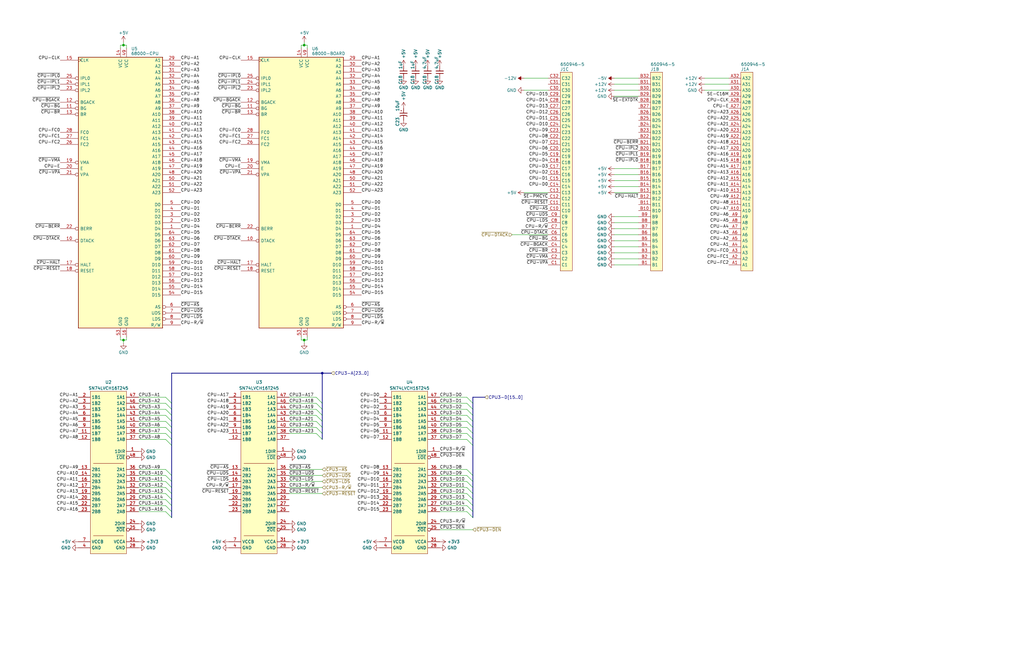
<source format=kicad_sch>
(kicad_sch (version 20230121) (generator eeschema)
  (paper "B")
  (title_block (title "SE-VGA") (date "2023-06-26") (rev "R3") (company "techav"))
  (junction (at 128.27 19.05))
  (junction (at 128.27 143.51))
  (junction (at 135.89 157.48))
  (junction (at 52.07 143.51))
  (junction (at 52.07 19.05))
  (bus_entry (at 196.85 182.88) (size 2.54 2.54))
  (bus_entry (at 196.85 175.26) (size 2.54 2.54))
  (bus_entry (at 69.85 213.36) (size 2.54 2.54))
  (bus_entry (at 69.85 210.82) (size 2.54 2.54))
  (bus_entry (at 196.85 167.64) (size 2.54 2.54))
  (bus_entry (at 196.85 185.42) (size 2.54 2.54))
  (bus_entry (at 196.85 172.72) (size 2.54 2.54))
  (bus_entry (at 196.85 203.2) (size 2.54 2.54))
  (bus_entry (at 69.85 167.64) (size 2.54 2.54))
  (bus_entry (at 69.85 175.26) (size 2.54 2.54))
  (bus_entry (at 196.85 198.12) (size 2.54 2.54))
  (bus_entry (at 69.85 203.2) (size 2.54 2.54))
  (bus_entry (at 196.85 170.18) (size 2.54 2.54))
  (bus_entry (at 69.85 177.8) (size 2.54 2.54))
  (bus_entry (at 69.85 172.72) (size 2.54 2.54))
  (bus_entry (at 196.85 215.9) (size 2.54 2.54))
  (bus_entry (at 196.85 208.28) (size 2.54 2.54))
  (bus_entry (at 196.85 205.74) (size 2.54 2.54))
  (bus_entry (at 196.85 200.66) (size 2.54 2.54))
  (bus_entry (at 196.85 210.82) (size 2.54 2.54))
  (bus_entry (at 69.85 200.66) (size 2.54 2.54))
  (bus_entry (at 69.85 182.88) (size 2.54 2.54))
  (bus_entry (at 69.85 215.9) (size 2.54 2.54))
  (bus_entry (at 133.35 182.88) (size 2.54 2.54))
  (bus_entry (at 133.35 170.18) (size 2.54 2.54))
  (bus_entry (at 196.85 213.36) (size 2.54 2.54))
  (bus_entry (at 69.85 180.34) (size 2.54 2.54))
  (bus_entry (at 69.85 185.42) (size 2.54 2.54))
  (bus_entry (at 69.85 198.12) (size 2.54 2.54))
  (bus_entry (at 69.85 205.74) (size 2.54 2.54))
  (bus_entry (at 133.35 177.8) (size 2.54 2.54))
  (bus_entry (at 133.35 167.64) (size 2.54 2.54))
  (bus_entry (at 69.85 208.28) (size 2.54 2.54))
  (bus_entry (at 196.85 180.34) (size 2.54 2.54))
  (bus_entry (at 133.35 175.26) (size 2.54 2.54))
  (bus_entry (at 133.35 172.72) (size 2.54 2.54))
  (bus_entry (at 133.35 180.34) (size 2.54 2.54))
  (bus_entry (at 69.85 170.18) (size 2.54 2.54))
  (bus_entry (at 196.85 177.8) (size 2.54 2.54))
  (wire (pts (xy 259.08 81.28) (xy 269.24 81.28)))
  (wire (pts (xy 220.98 81.28) (xy 231.14 81.28)))
  (wire (pts (xy 58.42 182.88) (xy 69.85 182.88)))
  (bus (pts (xy 135.89 157.48) (xy 139.7 157.48)))
  (bus (pts (xy 135.89 177.8) (xy 135.89 180.34)))
  (bus (pts (xy 135.89 157.48) (xy 135.89 170.18)))
  (wire (pts (xy 52.07 17.78) (xy 52.07 19.05)))
  (wire (pts (xy 121.92 198.12) (xy 135.89 198.12)))
  (bus (pts (xy 199.39 203.2) (xy 199.39 200.66)))
  (bus (pts (xy 199.39 177.8) (xy 199.39 175.26)))
  (wire (pts (xy 259.08 73.66) (xy 269.24 73.66)))
  (wire (pts (xy 58.42 198.12) (xy 69.85 198.12)))
  (wire (pts (xy 50.8 19.05) (xy 52.07 19.05)))
  (wire (pts (xy 215.9 99.06) (xy 231.14 99.06)))
  (bus (pts (xy 72.39 208.28) (xy 72.39 205.74)))
  (wire (pts (xy 50.8 20.32) (xy 50.8 19.05)))
  (bus (pts (xy 135.89 170.18) (xy 135.89 172.72)))
  (wire (pts (xy 58.42 200.66) (xy 69.85 200.66)))
  (bus (pts (xy 199.39 187.96) (xy 199.39 200.66)))
  (wire (pts (xy 259.08 111.76) (xy 269.24 111.76)))
  (wire (pts (xy 58.42 213.36) (xy 69.85 213.36)))
  (wire (pts (xy 185.42 182.88) (xy 196.85 182.88)))
  (wire (pts (xy 52.07 144.78) (xy 52.07 143.51)))
  (bus (pts (xy 199.39 170.18) (xy 199.39 167.64)))
  (wire (pts (xy 121.92 177.8) (xy 133.35 177.8)))
  (wire (pts (xy 58.42 203.2) (xy 69.85 203.2)))
  (bus (pts (xy 72.39 180.34) (xy 72.39 177.8)))
  (bus (pts (xy 72.39 170.18) (xy 72.39 157.48)))
  (wire (pts (xy 185.42 210.82) (xy 196.85 210.82)))
  (wire (pts (xy 185.42 208.28) (xy 196.85 208.28)))
  (bus (pts (xy 72.39 172.72) (xy 72.39 170.18)))
  (wire (pts (xy 185.42 177.8) (xy 196.85 177.8)))
  (bus (pts (xy 199.39 213.36) (xy 199.39 210.82)))
  (wire (pts (xy 50.8 142.24) (xy 50.8 143.51)))
  (wire (pts (xy 58.42 215.9) (xy 69.85 215.9)))
  (bus (pts (xy 72.39 177.8) (xy 72.39 175.26)))
  (wire (pts (xy 185.42 205.74) (xy 196.85 205.74)))
  (wire (pts (xy 53.34 19.05) (xy 53.34 20.32)))
  (bus (pts (xy 199.39 167.64) (xy 204.47 167.64)))
  (wire (pts (xy 58.42 180.34) (xy 69.85 180.34)))
  (wire (pts (xy 259.08 78.74) (xy 269.24 78.74)))
  (wire (pts (xy 129.54 19.05) (xy 129.54 20.32)))
  (wire (pts (xy 185.42 223.52) (xy 199.39 223.52)))
  (bus (pts (xy 199.39 208.28) (xy 199.39 205.74)))
  (wire (pts (xy 58.42 205.74) (xy 69.85 205.74)))
  (wire (pts (xy 185.42 175.26) (xy 196.85 175.26)))
  (wire (pts (xy 185.42 180.34) (xy 196.85 180.34)))
  (wire (pts (xy 128.27 19.05) (xy 129.54 19.05)))
  (wire (pts (xy 259.08 93.98) (xy 269.24 93.98)))
  (wire (pts (xy 127 142.24) (xy 127 143.51)))
  (wire (pts (xy 129.54 143.51) (xy 129.54 142.24)))
  (wire (pts (xy 58.42 170.18) (xy 69.85 170.18)))
  (bus (pts (xy 72.39 185.42) (xy 72.39 182.88)))
  (wire (pts (xy 185.42 215.9) (xy 196.85 215.9)))
  (wire (pts (xy 121.92 203.2) (xy 135.89 203.2)))
  (wire (pts (xy 58.42 167.64) (xy 69.85 167.64)))
  (wire (pts (xy 259.08 99.06) (xy 269.24 99.06)))
  (wire (pts (xy 297.18 35.56) (xy 307.34 35.56)))
  (bus (pts (xy 199.39 187.96) (xy 199.39 185.42)))
  (wire (pts (xy 121.92 180.34) (xy 133.35 180.34)))
  (wire (pts (xy 259.08 40.64) (xy 269.24 40.64)))
  (wire (pts (xy 185.42 213.36) (xy 196.85 213.36)))
  (bus (pts (xy 72.39 203.2) (xy 72.39 200.66)))
  (bus (pts (xy 199.39 182.88) (xy 199.39 180.34)))
  (wire (pts (xy 52.07 19.05) (xy 53.34 19.05)))
  (wire (pts (xy 58.42 177.8) (xy 69.85 177.8)))
  (wire (pts (xy 185.42 203.2) (xy 196.85 203.2)))
  (wire (pts (xy 58.42 208.28) (xy 69.85 208.28)))
  (bus (pts (xy 135.89 175.26) (xy 135.89 177.8)))
  (wire (pts (xy 128.27 143.51) (xy 129.54 143.51)))
  (wire (pts (xy 220.98 38.1) (xy 231.14 38.1)))
  (wire (pts (xy 58.42 172.72) (xy 69.85 172.72)))
  (wire (pts (xy 53.34 143.51) (xy 53.34 142.24)))
  (wire (pts (xy 121.92 208.28) (xy 135.89 208.28)))
  (wire (pts (xy 185.42 170.18) (xy 196.85 170.18)))
  (wire (pts (xy 128.27 143.51) (xy 127 143.51)))
  (bus (pts (xy 135.89 182.88) (xy 135.89 185.42)))
  (wire (pts (xy 58.42 210.82) (xy 69.85 210.82)))
  (wire (pts (xy 259.08 109.22) (xy 269.24 109.22)))
  (wire (pts (xy 297.18 38.1) (xy 307.34 38.1)))
  (wire (pts (xy 121.92 205.74) (xy 135.89 205.74)))
  (wire (pts (xy 259.08 91.44) (xy 269.24 91.44)))
  (bus (pts (xy 72.39 182.88) (xy 72.39 180.34)))
  (bus (pts (xy 199.39 205.74) (xy 199.39 203.2)))
  (wire (pts (xy 185.42 200.66) (xy 196.85 200.66)))
  (bus (pts (xy 199.39 215.9) (xy 199.39 213.36)))
  (wire (pts (xy 220.98 33.02) (xy 231.14 33.02)))
  (bus (pts (xy 72.39 215.9) (xy 72.39 213.36)))
  (bus (pts (xy 72.39 200.66) (xy 72.39 187.96)))
  (bus (pts (xy 199.39 175.26) (xy 199.39 172.72)))
  (wire (pts (xy 259.08 106.68) (xy 269.24 106.68)))
  (wire (pts (xy 127 20.32) (xy 127 19.05)))
  (wire (pts (xy 52.07 143.51) (xy 50.8 143.51)))
  (wire (pts (xy 121.92 182.88) (xy 133.35 182.88)))
  (bus (pts (xy 135.89 180.34) (xy 135.89 182.88)))
  (bus (pts (xy 199.39 180.34) (xy 199.39 177.8)))
  (bus (pts (xy 72.39 210.82) (xy 72.39 208.28)))
  (wire (pts (xy 58.42 185.42) (xy 69.85 185.42)))
  (bus (pts (xy 72.39 175.26) (xy 72.39 172.72)))
  (wire (pts (xy 185.42 167.64) (xy 196.85 167.64)))
  (wire (pts (xy 121.92 172.72) (xy 133.35 172.72)))
  (wire (pts (xy 259.08 76.2) (xy 269.24 76.2)))
  (wire (pts (xy 58.42 175.26) (xy 69.85 175.26)))
  (bus (pts (xy 72.39 218.44) (xy 72.39 215.9)))
  (wire (pts (xy 259.08 38.1) (xy 269.24 38.1)))
  (wire (pts (xy 128.27 17.78) (xy 128.27 19.05)))
  (wire (pts (xy 185.42 185.42) (xy 196.85 185.42)))
  (bus (pts (xy 199.39 185.42) (xy 199.39 182.88)))
  (bus (pts (xy 199.39 172.72) (xy 199.39 170.18)))
  (bus (pts (xy 199.39 210.82) (xy 199.39 208.28)))
  (wire (pts (xy 297.18 33.02) (xy 307.34 33.02)))
  (wire (pts (xy 259.08 104.14) (xy 269.24 104.14)))
  (bus (pts (xy 72.39 213.36) (xy 72.39 210.82)))
  (wire (pts (xy 121.92 170.18) (xy 133.35 170.18)))
  (bus (pts (xy 135.89 172.72) (xy 135.89 175.26)))
  (wire (pts (xy 128.27 144.78) (xy 128.27 143.51)))
  (wire (pts (xy 121.92 175.26) (xy 133.35 175.26)))
  (wire (pts (xy 121.92 200.66) (xy 135.89 200.66)))
  (wire (pts (xy 259.08 35.56) (xy 269.24 35.56)))
  (bus (pts (xy 72.39 157.48) (xy 135.89 157.48)))
  (bus (pts (xy 72.39 205.74) (xy 72.39 203.2)))
  (wire (pts (xy 259.08 33.02) (xy 269.24 33.02)))
  (wire (pts (xy 185.42 172.72) (xy 196.85 172.72)))
  (wire (pts (xy 52.07 143.51) (xy 53.34 143.51)))
  (wire (pts (xy 259.08 101.6) (xy 269.24 101.6)))
  (wire (pts (xy 259.08 96.52) (xy 269.24 96.52)))
  (bus (pts (xy 199.39 218.44) (xy 199.39 215.9)))
  (bus (pts (xy 72.39 187.96) (xy 72.39 185.42)))
  (wire (pts (xy 185.42 198.12) (xy 196.85 198.12)))
  (wire (pts (xy 259.08 71.12) (xy 269.24 71.12)))
  (wire (pts (xy 127 19.05) (xy 128.27 19.05)))
  (wire (pts (xy 121.92 167.64) (xy 133.35 167.64)))
  (label "CPU-A1" (at 33.02 167.64 180))
  (label "CPU-D5" (at 76.2 99.06 0))
  (label "CPU-D6" (at 231.14 63.5 180))
  (label "CPU-D1" (at 152.4 88.9 0))
  (label "CPU-A22" (at 76.2 78.74 0))
  (label "~{CPU-AS}" (at 76.2 129.54 0))
  (label "CPU-A14" (at 33.02 210.82 180))
  (label "CPU3-A23" (at 121.92 182.88 0))
  (label "~{CPU3-DEN}" (at 185.42 223.52 0))
  (label "CPU-A21" (at 152.4 76.2 0))
  (label "~{CPU-AS}" (at 152.4 129.54 0))
  (label "CPU-A12" (at 307.34 76.2 180))
  (label "CPU-A4" (at 33.02 175.26 180))
  (label "CPU3-R{slash}~{W}" (at 185.42 220.98 0))
  (label "CPU-D9" (at 152.4 109.22 0))
  (label "CPU-A19" (at 307.34 58.42 180))
  (label "CPU-R{slash}~{W}" (at 152.4 137.16 0))
  (label "CPU-D9" (at 231.14 55.88 180))
  (label "CPU-D13" (at 152.4 119.38 0))
  (label "CPU-D8" (at 76.2 106.68 0))
  (label "CPU-A8" (at 33.02 185.42 180))
  (label "~{CPU-BR}" (at 231.14 106.68 180))
  (label "CPU-R{slash}~{W}" (at 231.14 96.52 180))
  (label "CPU-A4" (at 76.2 33.02 0))
  (label "~{CPU-VPA}" (at 231.14 111.76 180))
  (label "CPU-A10" (at 76.2 48.26 0))
  (label "~{CPU-IPL1}" (at 101.6 35.56 180))
  (label "CPU-A19" (at 76.2 71.12 0))
  (label "CPU-A21" (at 76.2 76.2 0))
  (label "CPU-A14" (at 152.4 58.42 0))
  (label "~{CPU-VMA}" (at 231.14 109.22 180))
  (label "CPU-A4" (at 152.4 33.02 0))
  (label "CPU-A4" (at 307.34 96.52 180))
  (label "CPU-FC0" (at 25.4 55.88 180))
  (label "CPU-D11" (at 76.2 114.3 0))
  (label "CPU-D11" (at 152.4 114.3 0))
  (label "CPU-A9" (at 307.34 83.82 180))
  (label "CPU3-A5" (at 58.42 177.8 0))
  (label "CPU-D12" (at 76.2 116.84 0))
  (label "CPU-D12" (at 231.14 48.26 180))
  (label "CPU-E" (at 307.34 45.72 180))
  (label "CPU-A15" (at 33.02 213.36 180))
  (label "CPU-A6" (at 33.02 180.34 180))
  (label "~{CPU-UDS}" (at 231.14 91.44 180))
  (label "CPU-A10" (at 33.02 200.66 180))
  (label "CPU-D6" (at 152.4 101.6 0))
  (label "CPU-A9" (at 152.4 45.72 0))
  (label "CPU-D13" (at 231.14 45.72 180))
  (label "~{CPU-RESET}" (at 101.6 114.3 180))
  (label "CPU-A2" (at 307.34 101.6 180))
  (label "~{CPU-IPL0}" (at 101.6 33.02 180))
  (label "CPU-A11" (at 307.34 78.74 180))
  (label "~{CPU-HALT}" (at 25.4 111.76 180))
  (label "CPU-D9" (at 76.2 109.22 0))
  (label "CPU-A14" (at 307.34 71.12 180))
  (label "CPU-A6" (at 307.34 91.44 180))
  (label "CPU-A23" (at 96.52 182.88 180))
  (label "CPU-D10" (at 231.14 53.34 180))
  (label "CPU-D7" (at 231.14 60.96 180))
  (label "CPU3-D4" (at 185.42 177.8 0))
  (label "CPU-D1" (at 76.2 88.9 0))
  (label "CPU-A5" (at 33.02 177.8 180))
  (label "CPU3-A1" (at 58.42 167.64 0))
  (label "CPU-D0" (at 231.14 78.74 180))
  (label "CPU-FC1" (at 101.6 58.42 180))
  (label "CPU-D14" (at 231.14 43.18 180))
  (label "CPU-D3" (at 160.02 175.26 180))
  (label "CPU-A6" (at 152.4 38.1 0))
  (label "CPU3-D5" (at 185.42 180.34 0))
  (label "CPU-FC2" (at 307.34 111.76 180))
  (label "CPU-A16" (at 33.02 215.9 180))
  (label "~{CPU-DTACK}" (at 101.6 101.6 180))
  (label "CPU-A13" (at 33.02 208.28 180))
  (label "CPU-A1" (at 152.4 25.4 0))
  (label "~{CPU-BGACK}" (at 231.14 104.14 180))
  (label "CPU3-D3" (at 185.42 175.26 0))
  (label "~{CPU-BG}" (at 25.4 45.72 180))
  (label "CPU3-R{slash}~{W}" (at 121.92 205.74 0))
  (label "CPU3-A20" (at 121.92 175.26 0))
  (label "~{CPU-BR}" (at 101.6 48.26 180))
  (label "CPU-D10" (at 160.02 203.2 180))
  (label "~{CPU-BERR}" (at 269.24 60.96 180))
  (label "CPU-A5" (at 307.34 93.98 180))
  (label "CPU3-D7" (at 185.42 185.42 0))
  (label "CPU-A2" (at 152.4 27.94 0))
  (label "~{CPU-LDS}" (at 152.4 134.62 0))
  (label "CPU-A6" (at 76.2 38.1 0))
  (label "CPU-A12" (at 152.4 53.34 0))
  (label "CPU3-D14" (at 185.42 213.36 0))
  (label "CPU3-A4" (at 58.42 175.26 0))
  (label "CPU-A8" (at 76.2 43.18 0))
  (label "CPU-D14" (at 76.2 121.92 0))
  (label "CPU-A16" (at 76.2 63.5 0))
  (label "CPU-D0" (at 76.2 86.36 0))
  (label "CPU3-A14" (at 58.42 210.82 0))
  (label "CPU-A18" (at 76.2 68.58 0))
  (label "CPU3-A15" (at 58.42 213.36 0))
  (label "~{CPU3-RESET}" (at 121.92 208.28 0))
  (label "CPU3-D11" (at 185.42 205.74 0))
  (label "~{CPU-IPL0}" (at 269.24 68.58 180))
  (label "CPU-R{slash}~{W}" (at 96.52 205.74 180))
  (label "CPU-A21" (at 307.34 53.34 180))
  (label "CPU-D1" (at 160.02 170.18 180))
  (label "CPU-A19" (at 152.4 71.12 0))
  (label "CPU-D6" (at 160.02 182.88 180))
  (label "CPU-D5" (at 231.14 66.04 180))
  (label "CPU-A22" (at 152.4 78.74 0))
  (label "CPU3-D12" (at 185.42 208.28 0))
  (label "~{CPU-IPL2}" (at 101.6 38.1 180))
  (label "CPU-FC1" (at 307.34 109.22 180))
  (label "CPU-A17" (at 76.2 66.04 0))
  (label "~{CPU-IPL2}" (at 25.4 38.1 180))
  (label "CPU-A3" (at 76.2 30.48 0))
  (label "CPU-A7" (at 76.2 40.64 0))
  (label "CPU3-D8" (at 185.42 198.12 0))
  (label "CPU-A11" (at 152.4 50.8 0))
  (label "CPU-D4" (at 231.14 68.58 180))
  (label "CPU-D7" (at 76.2 104.14 0))
  (label "~{CPU-BGACK}" (at 25.4 43.18 180))
  (label "CPU-A19" (at 96.52 172.72 180))
  (label "~{CPU-VMA}" (at 25.4 68.58 180))
  (label "CPU-D7" (at 152.4 104.14 0))
  (label "CPU-D10" (at 76.2 111.76 0))
  (label "CPU-D10" (at 152.4 111.76 0))
  (label "CPU3-R{slash}~{W}" (at 185.42 190.5 0))
  (label "CPU-FC0" (at 307.34 106.68 180))
  (label "CPU3-A7" (at 58.42 182.88 0))
  (label "CPU-A9" (at 76.2 45.72 0))
  (label "CPU-A17" (at 307.34 63.5 180))
  (label "~{CPU-AS}" (at 96.52 198.12 180))
  (label "CPU-D4" (at 152.4 96.52 0))
  (label "~{CPU-BGACK}" (at 101.6 43.18 180))
  (label "CPU3-A12" (at 58.42 205.74 0))
  (label "CPU-D15" (at 152.4 124.46 0))
  (label "CPU3-A16" (at 58.42 215.9 0))
  (label "CPU-D3" (at 231.14 71.12 180))
  (label "~{CPU-HALT}" (at 101.6 111.76 180))
  (label "CPU-D14" (at 152.4 121.92 0))
  (label "CPU-D0" (at 160.02 167.64 180))
  (label "~{CPU-VPA}" (at 25.4 73.66 180))
  (label "CPU-A20" (at 152.4 73.66 0))
  (label "CPU3-D9" (at 185.42 200.66 0))
  (label "~{CPU-UDS}" (at 76.2 132.08 0))
  (label "CPU3-A6" (at 58.42 180.34 0))
  (label "CPU-R{slash}~{W}" (at 76.2 137.16 0))
  (label "CPU-E" (at 25.4 71.12 180))
  (label "CPU-A10" (at 152.4 48.26 0))
  (label "CPU3-A11" (at 58.42 203.2 0))
  (label "~{CPU-IPL1}" (at 25.4 35.56 180))
  (label "CPU-A11" (at 33.02 203.2 180))
  (label "CPU3-D0" (at 185.42 167.64 0))
  (label "CPU-A5" (at 76.2 35.56 0))
  (label "~{CPU-BERR}" (at 25.4 96.52 180))
  (label "CPU-D9" (at 160.02 200.66 180))
  (label "CPU-A23" (at 76.2 81.28 0))
  (label "CPU3-A9" (at 58.42 198.12 0))
  (label "CPU-A20" (at 307.34 55.88 180))
  (label "CPU3-A3" (at 58.42 172.72 0))
  (label "CPU-D2" (at 76.2 91.44 0))
  (label "CPU-A2" (at 76.2 27.94 0))
  (label "CPU-D2" (at 160.02 172.72 180))
  (label "~{CPU-HALT}" (at 269.24 83.82 180))
  (label "CPU-A7" (at 152.4 40.64 0))
  (label "CPU-D5" (at 152.4 99.06 0))
  (label "CPU-CLK" (at 307.34 43.18 180))
  (label "CPU-D5" (at 160.02 180.34 180))
  (label "CPU-A10" (at 307.34 81.28 180))
  (label "~{CPU-IPL2}" (at 269.24 63.5 180))
  (label "CPU-A1" (at 307.34 104.14 180))
  (label "CPU3-D2" (at 185.42 172.72 0))
  (label "CPU-D7" (at 160.02 185.42 180))
  (label "CPU-D4" (at 160.02 177.8 180))
  (label "CPU-D4" (at 76.2 96.52 0))
  (label "CPU-A20" (at 96.52 175.26 180))
  (label "CPU-A9" (at 33.02 198.12 180))
  (label "CPU-D11" (at 160.02 205.74 180))
  (label "~{CPU-LDS}" (at 231.14 93.98 180))
  (label "CPU-D11" (at 231.14 50.8 180))
  (label "CPU-A7" (at 33.02 182.88 180))
  (label "CPU-D12" (at 152.4 116.84 0))
  (label "CPU-A7" (at 307.34 88.9 180))
  (label "CPU-A15" (at 76.2 60.96 0))
  (label "CPU-A18" (at 152.4 68.58 0))
  (label "~{CPU-IPL0}" (at 25.4 33.02 180))
  (label "CPU-A17" (at 152.4 66.04 0))
  (label "~{CPU-IPL1}" (at 269.24 66.04 180))
  (label "CPU-A13" (at 152.4 55.88 0))
  (label "CPU3-A2" (at 58.42 170.18 0))
  (label "CPU3-D13" (at 185.42 210.82 0))
  (label "CPU3-A18" (at 121.92 170.18 0))
  (label "~{CPU-LDS}" (at 96.52 203.2 180))
  (label "CPU-A14" (at 76.2 58.42 0))
  (label "CPU-D0" (at 152.4 86.36 0))
  (label "CPU-FC0" (at 101.6 55.88 180))
  (label "CPU-A22" (at 307.34 50.8 180))
  (label "CPU3-A19" (at 121.92 172.72 0))
  (label "CPU3-A22" (at 121.92 180.34 0))
  (label "~{CPU3-LDS}" (at 121.92 203.2 0))
  (label "~{CPU-BG}" (at 231.14 101.6 180))
  (label "CPU-A2" (at 33.02 170.18 180))
  (label "CPU-D8" (at 231.14 58.42 180))
  (label "~{CPU3-DEN}" (at 185.42 193.04 0))
  (label "CPU-D15" (at 76.2 124.46 0))
  (label "CPU-D14" (at 160.02 213.36 180))
  (label "CPU-A23" (at 152.4 81.28 0))
  (label "CPU-D15" (at 231.14 40.64 180))
  (label "CPU-A3" (at 33.02 172.72 180))
  (label "~{CPU3-AS}" (at 121.92 198.12 0))
  (label "CPU-D3" (at 76.2 93.98 0))
  (label "CPU-A16" (at 152.4 63.5 0))
  (label "CPU3-A17" (at 121.92 167.64 0))
  (label "CPU-A18" (at 307.34 60.96 180))
  (label "~{CPU-BR}" (at 25.4 48.26 180))
  (label "CPU-D12" (at 160.02 208.28 180))
  (label "CPU-FC1" (at 25.4 58.42 180))
  (label "CPU-A18" (at 96.52 170.18 180))
  (label "~{CPU-LDS}" (at 76.2 134.62 0))
  (label "CPU-D13" (at 160.02 210.82 180))
  (label "~{CPU-BG}" (at 101.6 45.72 180))
  (label "CPU-A16" (at 307.34 66.04 180))
  (label "~{CPU-UDS}" (at 152.4 132.08 0))
  (label "CPU-A13" (at 307.34 73.66 180))
  (label "CPU-A20" (at 76.2 73.66 0))
  (label "CPU-A21" (at 96.52 177.8 180))
  (label "CPU3-A10" (at 58.42 200.66 0))
  (label "CPU-A12" (at 33.02 205.74 180))
  (label "~{CPU-VMA}" (at 101.6 68.58 180))
  (label "~{CPU-RESET}" (at 96.52 208.28 180))
  (label "~{CPU-DTACK}" (at 231.14 99.06 180))
  (label "CPU3-D15" (at 185.42 215.9 0))
  (label "CPU-D1" (at 231.14 76.2 180))
  (label "CPU-A1" (at 76.2 25.4 0))
  (label "~{SE-PMCYC}" (at 231.14 83.82 180))
  (label "~{CPU-AS}" (at 231.14 88.9 180))
  (label "CPU-A15" (at 307.34 68.58 180))
  (label "CPU-CLK" (at 101.6 25.4 180))
  (label "~{CPU-RESET}" (at 231.14 86.36 180))
  (label "CPU-D8" (at 160.02 198.12 180))
  (label "CPU-D2" (at 152.4 91.44 0))
  (label "SE-C16M" (at 307.34 40.64 180))
  (label "CPU-A8" (at 307.34 86.36 180))
  (label "CPU-A23" (at 307.34 48.26 180))
  (label "~{CPU-DTACK}" (at 25.4 101.6 180))
  (label "CPU-A15" (at 152.4 60.96 0))
  (label "CPU3-D10" (at 185.42 203.2 0))
  (label "CPU-A11" (at 76.2 50.8 0))
  (label "CPU-A5" (at 152.4 35.56 0))
  (label "CPU3-A8" (at 58.42 185.42 0))
  (label "CPU-D6" (at 76.2 101.6 0))
  (label "CPU-FC2" (at 101.6 60.96 180))
  (label "CPU-D13" (at 76.2 119.38 0))
  (label "CPU-A17" (at 96.52 167.64 180))
  (label "CPU-A3" (at 307.34 99.06 180))
  (label "CPU-D3" (at 152.4 93.98 0))
  (label "~{CPU-BERR}" (at 101.6 96.52 180))
  (label "CPU-A12" (at 76.2 53.34 0))
  (label "CPU-A22" (at 96.52 180.34 180))
  (label "~{CPU-VPA}" (at 101.6 73.66 180))
  (label "CPU3-D6" (at 185.42 182.88 0))
  (label "CPU-A13" (at 76.2 55.88 0))
  (label "~{CPU-RESET}" (at 25.4 114.3 180))
  (label "CPU3-A21" (at 121.92 177.8 0))
  (label "~{CPU3-UDS}" (at 121.92 200.66 0))
  (label "CPU-D2" (at 231.14 73.66 180))
  (label "CPU-A3" (at 152.4 30.48 0))
  (label "CPU-E" (at 101.6 71.12 180))
  (label "CPU-CLK" (at 25.4 25.4 180))
  (label "CPU3-A13" (at 58.42 208.28 0))
  (label "~{SE-EXTDTK}" (at 269.24 43.18 180))
  (label "CPU-D8" (at 152.4 106.68 0))
  (label "CPU3-D1" (at 185.42 170.18 0))
  (label "CPU-FC2" (at 25.4 60.96 180))
  (label "CPU-A8" (at 152.4 43.18 0))
  (label "~{CPU-UDS}" (at 96.52 200.66 180))
  (label "CPU-D15" (at 160.02 215.9 180))
  (hierarchical_label "CPU3-R{slash}~{W}" (shape input) (at 135.89 205.74 0))
  (hierarchical_label "~{CPU3-AS}" (shape input) (at 135.89 198.12 0))
  (hierarchical_label "~{CPU3-LDS}" (shape input) (at 135.89 203.2 0))
  (hierarchical_label "~{CPU-DTACK}" (shape input) (at 215.9 99.06 180))
  (hierarchical_label "CPU3-A[23..0]" (shape input) (at 139.7 157.48 0))
  (hierarchical_label "~{CPU3-UDS}" (shape input) (at 135.89 200.66 0))
  (hierarchical_label "CPU3-D[15..0]" (shape input) (at 204.47 167.64 0))
  (hierarchical_label "~{CPU3-DEN}" (shape input) (at 199.39 223.52 0))
  (hierarchical_label "~{CPU3-RESET}" (shape input) (at 135.89 208.28 0))
  (symbol (lib_id "power:+5V") (at 259.08 81.28 90) (unit 1)
    (property "Reference" "#PWR035" (effects hide))
    (property "Value" "+5V" (at 255.9051 81.28 90) (effects (justify left)))
    (instances (project "SE-VGA" (path "" (reference "#PWR035") (unit 1)) (path "" (reference "#PWR062") (unit 1))))
  )
  (symbol (lib_id "power:GND") (at 121.92 220.98 90) (unit 1)
    (property "Reference" "#PWR08" (effects hide))
    (property "Value" "GND" (at 125.095 220.98 90) (effects (justify right)))
    (instances (project "SE-VGA" (path "" (reference "#PWR08") (unit 1)) (path "" (reference "#PWR014") (unit 1))))
  )
  (symbol (lib_id "power:GND") (at 170.18 50.8 0) (unit 1)
    (property "Reference" "#PWR0102" (effects hide))
    (property "Value" "GND" (at 170.18 54.745 0))
    (instances (project "SE-VGA" (path "" (reference "#PWR0102") (unit 1)) (path "" (reference "#PWR0116") (unit 1))))
  )
  (symbol (lib_id "Device:C_Small") (at 185.42 30.48 0) (mirror x) (unit 1)
    (property "Reference" "C18" (at 184.15 31.75 90) (effects (justify left)))
    (property "Value" "4.7uF" (at 184.15 29.21 90) (effects (justify right)))
    (property "Footprint" "Capacitor_SMD:C_0805_2012Metric_Pad1.18x1.45mm_HandSolder" (effects hide))
    (property "Mouser" "187-CL21A475KPFNNNE" (effects hide))
    (instances (project "SE-VGA" (path "" (reference "C18") (unit 1)) (path "" (reference "C22") (unit 1))))
  )
  (symbol (lib_id "power:+5V") (at 33.02 228.6 90) (unit 1)
    (property "Reference" "#PWR01" (effects hide))
    (property "Value" "+5V" (at 29.8451 228.6 90) (effects (justify left)))
  )
  (symbol (lib_id "power:GND") (at 121.92 231.14 90) (unit 1)
    (property "Reference" "#PWR011" (effects hide))
    (property "Value" "GND" (at 125.095 231.14 90) (effects (justify right)))
    (instances (project "SE-VGA" (path "" (reference "#PWR011") (unit 1)) (path "" (reference "#PWR017") (unit 1))))
  )
  (symbol (lib_id "power:GND") (at 96.52 231.14 270) (unit 1)
    (property "Reference" "#PWR07" (effects hide))
    (property "Value" "GND" (at 93.3451 231.14 90) (effects (justify right)))
    (instances (project "SE-VGA" (path "" (reference "#PWR07") (unit 1)) (path "" (reference "#PWR011") (unit 1))))
  )
  (symbol (lib_id "power:GND") (at 121.92 193.04 90) (unit 1)
    (property "Reference" "#PWR017" (effects hide))
    (property "Value" "GND" (at 125.095 193.04 90) (effects (justify right)))
    (instances (project "SE-VGA" (path "" (reference "#PWR017") (unit 1)) (path "" (reference "#PWR013") (unit 1))))
  )
  (symbol (lib_id "power:GND") (at 52.07 144.78 0) (unit 1)
    (property "Reference" "#PWR02" (effects hide))
    (property "Value" "GND" (at 52.07 148.725 0))
    (instances (project "SE-VGA" (path "" (reference "#PWR02") (unit 1)) (path "" (reference "#PWR048") (unit 1))))
  )
  (symbol (lib_name "SN74LVCH16T245_1") (lib_id "SE-VGA:SN74LVCH16T245") (at 45.72 165.1 0) (unit 1)
    (property "Reference" "U2" (at 45.72 161.29 0))
    (property "Value" "SN74LVCH16T245" (at 45.72 163.83 0))
    (property "Footprint" "Package_SO:TSSOP-48_6.1x12.5mm_P0.5mm" (effects hide))
    (property "Datasheet" "https://www.ti.com/lit/ds/symlink/sn74lvch16t245.pdf" (effects hide))
    (property "Mouser" "595-SN74LVCH16T245GR" (effects hide))
  )
  (symbol (lib_id "power:GND") (at 180.34 33.02 0) (unit 1)
    (property "Reference" "#PWR0102" (effects hide))
    (property "Value" "GND" (at 180.34 36.965 0))
    (instances (project "SE-VGA" (path "" (reference "#PWR0102") (unit 1)) (path "" (reference "#PWR0112") (unit 1))))
  )
  (symbol (lib_id "power:GND") (at 259.08 96.52 270) (unit 1)
    (property "Reference" "#PWR042" (effects hide))
    (property "Value" "GND" (at 255.9051 96.52 90) (effects (justify right)))
    (instances (project "SE-VGA" (path "" (reference "#PWR042") (unit 1)) (path "" (reference "#PWR065") (unit 1))))
  )
  (symbol (lib_id "power:GND") (at 121.92 190.5 90) (unit 1)
    (property "Reference" "#PWR09" (effects hide))
    (property "Value" "GND" (at 125.095 190.5 90) (effects (justify right)))
    (instances (project "SE-VGA" (path "" (reference "#PWR09") (unit 1)) (path "" (reference "#PWR012") (unit 1))))
  )
  (symbol (lib_id "power:+5V") (at 96.52 228.6 90) (unit 1)
    (property "Reference" "#PWR03" (effects hide))
    (property "Value" "+5V" (at 93.3451 228.6 90) (effects (justify left)))
    (instances (project "SE-VGA" (path "" (reference "#PWR03") (unit 1)) (path "" (reference "#PWR010") (unit 1))))
  )
  (symbol (lib_id "power:-5V") (at 259.08 33.02 90) (unit 1)
    (property "Reference" "#PWR025" (effects hide))
    (property "Value" "-5V" (at 255.9051 33.02 90) (effects (justify left)))
    (instances (project "SE-VGA" (path "" (reference "#PWR025") (unit 1)) (path "" (reference "#PWR054") (unit 1))))
  )
  (symbol (lib_id "power:GND") (at 33.02 231.14 270) (unit 1)
    (property "Reference" "#PWR06" (effects hide))
    (property "Value" "GND" (at 29.8451 231.14 90) (effects (justify right)))
    (instances (project "SE-VGA" (path "" (reference "#PWR06") (unit 1)) (path "" (reference "#PWR03") (unit 1))))
  )
  (symbol (lib_id "power:+5V") (at 185.42 27.94 0) (unit 1)
    (property "Reference" "#PWR0103" (effects hide))
    (property "Value" "+5V" (at 185.42 24.765 90) (effects (justify left)))
    (instances (project "SE-VGA" (path "" (reference "#PWR0103") (unit 1)) (path "" (reference "#PWR0113") (unit 1))))
  )
  (symbol (lib_id "Device:C_Small") (at 175.26 30.48 0) (mirror x) (unit 1)
    (property "Reference" "C18" (at 173.99 31.75 90) (effects (justify left)))
    (property "Value" "1uF" (at 173.99 29.21 90) (effects (justify right)))
    (property "Footprint" "Capacitor_SMD:C_0805_2012Metric_Pad1.18x1.45mm_HandSolder" (effects hide))
    (property "Mouser" "187-CL21B105KOFNNNF" (effects hide))
    (instances (project "SE-VGA" (path "" (reference "C18") (unit 1)) (path "" (reference "C20") (unit 1))))
  )
  (symbol (lib_id "power:+5V") (at 259.08 73.66 90) (unit 1)
    (property "Reference" "#PWR032" (effects hide))
    (property "Value" "+5V" (at 255.9051 73.66 90) (effects (justify left)))
    (instances (project "SE-VGA" (path "" (reference "#PWR032") (unit 1)) (path "" (reference "#PWR059") (unit 1))))
  )
  (symbol (lib_id "power:+3V3") (at 121.92 228.6 270) (unit 1)
    (property "Reference" "#PWR019" (effects hide))
    (property "Value" "+3V3" (at 125.095 228.6 90) (effects (justify left)))
    (instances (project "SE-VGA" (path "" (reference "#PWR019") (unit 1)) (path "" (reference "#PWR016") (unit 1))))
  )
  (symbol (lib_id "SE-VGA:DIN41612-M-RA-32-ABC") (at 274.32 114.3 0) (mirror x) (unit 2)
    (property "Reference" "J1" (at 274.32 29.21 0) (effects (justify left)))
    (property "Value" "650946-5" (at 274.32 27.162 0) (effects (justify left)))
    (property "Footprint" "SE-VGA:DIN41612-32ABC" (effects hide))
    (property "Datasheet" "https://www.mouser.com/datasheet/2/418/5/ENG_CD_650473_S_baseFilename-2036802.pdf" (effects hide))
    (property "Mouser" "571-6509465" (effects hide))
    (instances (project "SE-VGA" (path "" (reference "J1") (unit 2)) (path "" (reference "J2") (unit 2))))
  )
  (symbol (lib_id "power:+12V") (at 259.08 38.1 90) (unit 1)
    (property "Reference" "#PWR029" (effects hide))
    (property "Value" "+12V" (at 255.905 38.1 90) (effects (justify left)))
    (instances (project "SE-VGA" (path "" (reference "#PWR029") (unit 1)) (path "" (reference "#PWR056") (unit 1))))
  )
  (symbol (lib_id "power:+5V") (at 160.02 228.6 90) (unit 1)
    (property "Reference" "#PWR020" (effects hide))
    (property "Value" "+5V" (at 156.8451 228.6 90) (effects (justify left)))
    (instances (project "SE-VGA" (path "" (reference "#PWR020") (unit 1)) (path "" (reference "#PWR018") (unit 1))))
  )
  (symbol (lib_id "power:GND") (at 58.42 223.52 90) (unit 1)
    (property "Reference" "#PWR015" (effects hide))
    (property "Value" "GND" (at 61.595 223.52 90) (effects (justify right)))
    (instances (project "SE-VGA" (path "" (reference "#PWR015") (unit 1)) (path "" (reference "#PWR07") (unit 1))))
  )
  (symbol (lib_id "power:GND") (at 58.42 231.14 90) (unit 1)
    (property "Reference" "#PWR010" (effects hide))
    (property "Value" "GND" (at 61.595 231.14 90) (effects (justify right)))
    (instances (project "SE-VGA" (path "" (reference "#PWR010") (unit 1)) (path "" (reference "#PWR09") (unit 1))))
  )
  (symbol (lib_id "power:GND") (at 259.08 111.76 270) (unit 1)
    (property "Reference" "#PWR036" (effects hide))
    (property "Value" "GND" (at 255.9051 111.76 90) (effects (justify right)))
    (instances (project "SE-VGA" (path "" (reference "#PWR036") (unit 1)) (path "" (reference "#PWR071") (unit 1))))
  )
  (symbol (lib_id "power:GND") (at 128.27 144.78 0) (unit 1)
    (property "Reference" "#PWR04" (effects hide))
    (property "Value" "GND" (at 128.27 148.725 0))
    (instances (project "SE-VGA" (path "" (reference "#PWR04") (unit 1)) (path "" (reference "#PWR050") (unit 1))))
  )
  (symbol (lib_id "power:+5V") (at 170.18 45.72 0) (unit 1)
    (property "Reference" "#PWR0103" (effects hide))
    (property "Value" "+5V" (at 170.18 42.545 90) (effects (justify left)))
    (instances (project "SE-VGA" (path "" (reference "#PWR0103") (unit 1)) (path "" (reference "#PWR0115") (unit 1))))
  )
  (symbol (lib_id "power:GND") (at 58.42 193.04 90) (unit 1)
    (property "Reference" "#PWR012" (effects hide))
    (property "Value" "GND" (at 61.595 193.04 90) (effects (justify right)))
    (instances (project "SE-VGA" (path "" (reference "#PWR012") (unit 1)) (path "" (reference "#PWR05") (unit 1))))
  )
  (symbol (lib_id "power:GND") (at 259.08 109.22 270) (unit 1)
    (property "Reference" "#PWR037" (effects hide))
    (property "Value" "GND" (at 255.9051 109.22 90) (effects (justify right)))
    (instances (project "SE-VGA" (path "" (reference "#PWR037") (unit 1)) (path "" (reference "#PWR070") (unit 1))))
  )
  (symbol (lib_id "power:GND") (at 175.26 33.02 0) (unit 1)
    (property "Reference" "#PWR0102" (effects hide))
    (property "Value" "GND" (at 175.26 36.965 0))
    (instances (project "SE-VGA" (path "" (reference "#PWR0102") (unit 1)) (path "" (reference "#PWR0110") (unit 1))))
  )
  (symbol (lib_id "power:GND") (at 259.08 101.6 270) (unit 1)
    (property "Reference" "#PWR040" (effects hide))
    (property "Value" "GND" (at 255.9051 101.6 90) (effects (justify right)))
    (instances (project "SE-VGA" (path "" (reference "#PWR040") (unit 1)) (path "" (reference "#PWR067") (unit 1))))
  )
  (symbol (lib_id "power:GND") (at 259.08 40.64 270) (unit 1)
    (property "Reference" "#PWR030" (effects hide))
    (property "Value" "GND" (at 255.9051 40.64 90) (effects (justify right)))
    (instances (project "SE-VGA" (path "" (reference "#PWR030") (unit 1)) (path "" (reference "#PWR057") (unit 1))))
  )
  (symbol (lib_id "power:+3V3") (at 58.42 228.6 270) (unit 1)
    (property "Reference" "#PWR014" (effects hide))
    (property "Value" "+3V3" (at 61.595 228.6 90) (effects (justify left)))
    (instances (project "SE-VGA" (path "" (reference "#PWR014") (unit 1)) (path "" (reference "#PWR08") (unit 1))))
  )
  (symbol (lib_id "power:GND") (at 259.08 99.06 270) (unit 1)
    (property "Reference" "#PWR041" (effects hide))
    (property "Value" "GND" (at 255.9051 99.06 90) (effects (justify right)))
    (instances (project "SE-VGA" (path "" (reference "#PWR041") (unit 1)) (path "" (reference "#PWR066") (unit 1))))
  )
  (symbol (lib_id "power:-12V") (at 220.98 33.02 90) (unit 1)
    (property "Reference" "#PWR024" (effects hide))
    (property "Value" "-12V" (at 217.805 33.02 90) (effects (justify left)))
    (instances (project "SE-VGA" (path "" (reference "#PWR024") (unit 1)) (path "" (reference "#PWR051") (unit 1))))
  )
  (symbol (lib_id "power:GND") (at 259.08 106.68 270) (unit 1)
    (property "Reference" "#PWR038" (effects hide))
    (property "Value" "GND" (at 255.9051 106.68 90) (effects (justify right)))
    (instances (project "SE-VGA" (path "" (reference "#PWR038") (unit 1)) (path "" (reference "#PWR069") (unit 1))))
  )
  (symbol (lib_id "power:GND") (at 160.02 231.14 270) (unit 1)
    (property "Reference" "#PWR021" (effects hide))
    (property "Value" "GND" (at 156.8451 231.14 90) (effects (justify right)))
    (instances (project "SE-VGA" (path "" (reference "#PWR021") (unit 1)) (path "" (reference "#PWR019") (unit 1))))
  )
  (symbol (lib_id "power:+5V") (at 259.08 78.74 90) (unit 1)
    (property "Reference" "#PWR034" (effects hide))
    (property "Value" "+5V" (at 255.9051 78.74 90) (effects (justify left)))
    (instances (project "SE-VGA" (path "" (reference "#PWR034") (unit 1)) (path "" (reference "#PWR061") (unit 1))))
  )
  (symbol (lib_id "CPU_NXP_68000:68000D") (at 50.8 81.28 0) (unit 1)
    (property "Reference" "U5" (at 55.2959 20.55 0) (effects (justify left)))
    (property "Value" "68000-CPU" (at 55.2959 22.598 0) (effects (justify left)))
    (property "Footprint" "Package_DIP:DIP-64_W22.86mm_Socket_LongPads" (effects hide))
    (property "Datasheet" "https://www.nxp.com/docs/en/reference-manual/MC68000UM.pdf" (effects hide))
    (instances (project "SE-VGA" (path "" (reference "U5") (unit 1)) (path "" (reference "U1") (unit 1))))
  )
  (symbol (lib_id "power:GND") (at 185.42 231.14 90) (unit 1)
    (property "Reference" "#PWR027" (effects hide))
    (property "Value" "GND" (at 188.595 231.14 90) (effects (justify right)))
    (instances (project "SE-VGA" (path "" (reference "#PWR027") (unit 1)) (path "" (reference "#PWR021") (unit 1))))
  )
  (symbol (lib_id "power:+5V") (at 220.98 81.28 90) (unit 1)
    (property "Reference" "#PWR022" (effects hide))
    (property "Value" "+5V" (at 217.8051 81.28 90) (effects (justify left)))
    (instances (project "SE-VGA" (path "" (reference "#PWR022") (unit 1)) (path "" (reference "#PWR053") (unit 1))))
  )
  (symbol (lib_name "SN74LVCH16T245_1") (lib_id "SE-VGA:SN74LVCH16T245") (at 109.22 165.1 0) (unit 1)
    (property "Reference" "U3" (at 109.22 161.29 0))
    (property "Value" "SN74LVCH16T245" (at 109.22 163.83 0))
    (property "Footprint" "Package_SO:TSSOP-48_6.1x12.5mm_P0.5mm" (effects hide))
    (property "Datasheet" "https://www.ti.com/lit/ds/symlink/sn74lvch16t245.pdf" (effects hide))
    (property "Mouser" "595-SN74LVCH16T245GR" (effects hide))
  )
  (symbol (lib_id "power:+12V") (at 259.08 35.56 90) (unit 1)
    (property "Reference" "#PWR028" (effects hide))
    (property "Value" "+12V" (at 255.905 35.56 90) (effects (justify left)))
    (instances (project "SE-VGA" (path "" (reference "#PWR028") (unit 1)) (path "" (reference "#PWR055") (unit 1))))
  )
  (symbol (lib_id "power:+5V") (at 259.08 76.2 90) (unit 1)
    (property "Reference" "#PWR033" (effects hide))
    (property "Value" "+5V" (at 255.9051 76.2 90) (effects (justify left)))
    (instances (project "SE-VGA" (path "" (reference "#PWR033") (unit 1)) (path "" (reference "#PWR060") (unit 1))))
  )
  (symbol (lib_name "SN74LVCH16T245_1") (lib_id "SE-VGA:SN74LVCH16T245") (at 172.72 165.1 0) (unit 1)
    (property "Reference" "U4" (at 172.72 161.29 0))
    (property "Value" "SN74LVCH16T245" (at 172.72 163.83 0))
    (property "Footprint" "Package_SO:TSSOP-48_6.1x12.5mm_P0.5mm" (effects hide))
    (property "Datasheet" "https://www.ti.com/lit/ds/symlink/sn74lvch16t245.pdf" (effects hide))
    (property "Mouser" "595-SN74LVCH16T245GR" (effects hide))
  )
  (symbol (lib_id "power:GND") (at 58.42 220.98 90) (unit 1)
    (property "Reference" "#PWR018" (effects hide))
    (property "Value" "GND" (at 61.595 220.98 90) (effects (justify right)))
    (instances (project "SE-VGA" (path "" (reference "#PWR018") (unit 1)) (path "" (reference "#PWR06") (unit 1))))
  )
  (symbol (lib_id "power:+12V") (at 297.18 35.56 90) (unit 1)
    (property "Reference" "#PWR046" (effects hide))
    (property "Value" "+12V" (at 294.005 35.56 90) (effects (justify left)))
    (instances (project "SE-VGA" (path "" (reference "#PWR046") (unit 1)) (path "" (reference "#PWR073") (unit 1))))
  )
  (symbol (lib_id "Device:C_Polarized_Small_US") (at 170.18 48.26 0) (unit 1)
    (property "Reference" "C23" (at 167.64 53.34 90) (effects (justify left)))
    (property "Value" "10uF" (at 167.64 46.99 90) (effects (justify left)))
    (property "Footprint" "Capacitor_SMD:CP_Elec_4x5.3" (effects hide))
    (property "Mouser" "710-865080340001" (effects hide))
  )
  (symbol (lib_id "power:GND") (at 259.08 91.44 270) (unit 1)
    (property "Reference" "#PWR044" (effects hide))
    (property "Value" "GND" (at 255.9051 91.44 90) (effects (justify right)))
    (instances (project "SE-VGA" (path "" (reference "#PWR044") (unit 1)) (path "" (reference "#PWR063") (unit 1))))
  )
  (symbol (lib_id "power:GND") (at 259.08 93.98 270) (unit 1)
    (property "Reference" "#PWR043" (effects hide))
    (property "Value" "GND" (at 255.9051 93.98 90) (effects (justify right)))
    (instances (project "SE-VGA" (path "" (reference "#PWR043") (unit 1)) (path "" (reference "#PWR064") (unit 1))))
  )
  (symbol (lib_id "power:+3V3") (at 185.42 228.6 270) (unit 1)
    (property "Reference" "#PWR026" (effects hide))
    (property "Value" "+3V3" (at 188.595 228.6 90) (effects (justify left)))
    (instances (project "SE-VGA" (path "" (reference "#PWR026") (unit 1)) (path "" (reference "#PWR020") (unit 1))))
  )
  (symbol (lib_id "power:+12V") (at 297.18 33.02 90) (unit 1)
    (property "Reference" "#PWR045" (effects hide))
    (property "Value" "+12V" (at 294.005 33.02 90) (effects (justify left)))
    (instances (project "SE-VGA" (path "" (reference "#PWR045") (unit 1)) (path "" (reference "#PWR072") (unit 1))))
  )
  (symbol (lib_id "Device:C_Small") (at 170.18 30.48 0) (mirror x) (unit 1)
    (property "Reference" "C18" (at 168.91 31.75 90) (effects (justify left)))
    (property "Value" "1uF" (at 168.91 29.21 90) (effects (justify right)))
    (property "Footprint" "Capacitor_SMD:C_0805_2012Metric_Pad1.18x1.45mm_HandSolder" (effects hide))
    (property "Mouser" "187-CL21B105KOFNNNF" (effects hide))
    (instances (project "SE-VGA" (path "" (reference "C18") (unit 1)) (path "" (reference "C19") (unit 1))))
  )
  (symbol (lib_id "SE-VGA:DIN41612-M-RA-32-ABC") (at 312.42 114.3 0) (mirror x) (unit 1)
    (property "Reference" "J1" (at 312.42 29.21 0) (effects (justify left)))
    (property "Value" "650946-5" (at 312.42 27.162 0) (effects (justify left)))
    (property "Footprint" "SE-VGA:DIN41612-32ABC" (effects hide))
    (property "Datasheet" "https://www.mouser.com/datasheet/2/418/5/ENG_CD_650473_S_baseFilename-2036802.pdf" (effects hide))
    (property "Mouser" "571-6509465" (effects hide))
    (instances (project "SE-VGA" (path "" (reference "J1") (unit 1)) (path "" (reference "J2") (unit 1))))
  )
  (symbol (lib_id "power:GND") (at 170.18 33.02 0) (unit 1)
    (property "Reference" "#PWR0102" (effects hide))
    (property "Value" "GND" (at 170.18 36.965 0))
    (instances (project "SE-VGA" (path "" (reference "#PWR0102") (unit 1)) (path "" (reference "#PWR0108") (unit 1))))
  )
  (symbol (lib_id "power:GND") (at 185.42 33.02 0) (unit 1)
    (property "Reference" "#PWR0102" (effects hide))
    (property "Value" "GND" (at 185.42 36.965 0))
    (instances (project "SE-VGA" (path "" (reference "#PWR0102") (unit 1)) (path "" (reference "#PWR0114") (unit 1))))
  )
  (symbol (lib_id "Device:C_Small") (at 180.34 30.48 0) (mirror x) (unit 1)
    (property "Reference" "C18" (at 179.07 31.75 90) (effects (justify left)))
    (property "Value" "4.7uF" (at 179.07 29.21 90) (effects (justify right)))
    (property "Footprint" "Capacitor_SMD:C_0805_2012Metric_Pad1.18x1.45mm_HandSolder" (effects hide))
    (property "Mouser" "187-CL21A475KPFNNNE" (effects hide))
    (instances (project "SE-VGA" (path "" (reference "C18") (unit 1)) (path "" (reference "C21") (unit 1))))
  )
  (symbol (lib_id "SE-VGA:DIN41612-M-RA-32-ABC") (at 236.22 114.3 0) (mirror x) (unit 3)
    (property "Reference" "J1" (at 236.22 29.21 0) (effects (justify left)))
    (property "Value" "650946-5" (at 236.22 27.162 0) (effects (justify left)))
    (property "Footprint" "SE-VGA:DIN41612-32ABC" (effects hide))
    (property "Datasheet" "https://www.mouser.com/datasheet/2/418/5/ENG_CD_650473_S_baseFilename-2036802.pdf" (effects hide))
    (property "Mouser" "571-6509465" (effects hide))
    (instances (project "SE-VGA" (path "" (reference "J1") (unit 3)) (path "" (reference "J2") (unit 3))))
  )
  (symbol (lib_id "power:+5V") (at 128.27 17.78 0) (unit 1)
    (property "Reference" "#PWR05" (effects hide))
    (property "Value" "+5V" (at 128.27 13.835 0))
    (instances (project "SE-VGA" (path "" (reference "#PWR05") (unit 1)) (path "" (reference "#PWR049") (unit 1))))
  )
  (symbol (lib_id "power:+5V") (at 259.08 71.12 90) (unit 1)
    (property "Reference" "#PWR031" (effects hide))
    (property "Value" "+5V" (at 255.9051 71.12 90) (effects (justify left)))
    (instances (project "SE-VGA" (path "" (reference "#PWR031") (unit 1)) (path "" (reference "#PWR058") (unit 1))))
  )
  (symbol (lib_id "CPU_NXP_68000:68000D") (at 127 81.28 0) (unit 1)
    (property "Reference" "U6" (at 131.4959 20.55 0) (effects (justify left)))
    (property "Value" "68000-BOARD" (at 131.4959 22.598 0) (effects (justify left)))
    (property "Footprint" "Package_DIP:DIP-64_W22.86mm_Socket_LongPads" (effects hide))
    (property "Datasheet" "https://www.nxp.com/docs/en/reference-manual/MC68000UM.pdf" (effects hide))
    (instances (project "SE-VGA" (path "" (reference "U6") (unit 1)) (path "" (reference "U9") (unit 1))))
  )
  (symbol (lib_id "power:GND") (at 58.42 190.5 90) (unit 1)
    (property "Reference" "#PWR013" (effects hide))
    (property "Value" "GND" (at 61.595 190.5 90) (effects (justify right)))
    (instances (project "SE-VGA" (path "" (reference "#PWR013") (unit 1)) (path "" (reference "#PWR04") (unit 1))))
  )
  (symbol (lib_id "power:GND") (at 220.98 38.1 270) (unit 1)
    (property "Reference" "#PWR023" (effects hide))
    (property "Value" "GND" (at 217.8051 38.1 90) (effects (justify right)))
    (instances (project "SE-VGA" (path "" (reference "#PWR023") (unit 1)) (path "" (reference "#PWR052") (unit 1))))
  )
  (symbol (lib_id "power:GND") (at 259.08 104.14 270) (unit 1)
    (property "Reference" "#PWR039" (effects hide))
    (property "Value" "GND" (at 255.9051 104.14 90) (effects (justify right)))
    (instances (project "SE-VGA" (path "" (reference "#PWR039") (unit 1)) (path "" (reference "#PWR068") (unit 1))))
  )
  (symbol (lib_id "power:GND") (at 121.92 223.52 90) (unit 1)
    (property "Reference" "#PWR016" (effects hide))
    (property "Value" "GND" (at 125.095 223.52 90) (effects (justify right)))
    (instances (project "SE-VGA" (path "" (reference "#PWR016") (unit 1)) (path "" (reference "#PWR015") (unit 1))))
  )
  (symbol (lib_id "power:+5V") (at 170.18 27.94 0) (unit 1)
    (property "Reference" "#PWR0103" (effects hide))
    (property "Value" "+5V" (at 170.18 24.765 90) (effects (justify left)))
    (instances (project "SE-VGA" (path "" (reference "#PWR0103") (unit 1)) (path "" (reference "#PWR0107") (unit 1))))
  )
  (symbol (lib_id "power:+5V") (at 175.26 27.94 0) (unit 1)
    (property "Reference" "#PWR0103" (effects hide))
    (property "Value" "+5V" (at 175.26 24.765 90) (effects (justify left)))
    (instances (project "SE-VGA" (path "" (reference "#PWR0103") (unit 1)) (path "" (reference "#PWR0109") (unit 1))))
  )
  (symbol (lib_id "power:+5V") (at 52.07 17.78 0) (unit 1)
    (property "Reference" "#PWR05" (effects hide))
    (property "Value" "+5V" (at 52.07 13.835 0))
    (instances (project "SE-VGA" (path "" (reference "#PWR05") (unit 1)) (path "" (reference "#PWR02") (unit 1))))
  )
  (symbol (lib_id "power:+5V") (at 180.34 27.94 0) (unit 1)
    (property "Reference" "#PWR0103" (effects hide))
    (property "Value" "+5V" (at 180.34 24.765 90) (effects (justify left)))
    (instances (project "SE-VGA" (path "" (reference "#PWR0103") (unit 1)) (path "" (reference "#PWR0111") (unit 1))))
  )
  (symbol (lib_id "power:GND") (at 297.18 38.1 270) (unit 1)
    (property "Reference" "#PWR047" (effects hide))
    (property "Value" "GND" (at 294.0051 38.1 90) (effects (justify right)))
    (instances (project "SE-VGA" (path "" (reference "#PWR047") (unit 1)) (path "" (reference "#PWR074") (unit 1))))
  )
)
</source>
